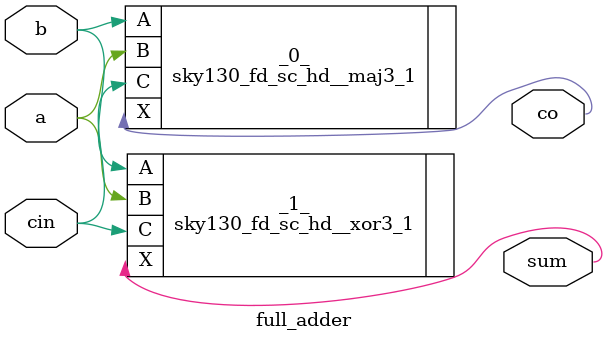
<source format=v>
/* Generated by Yosys 0.29+11 (git sha1 d82bae32b, x86_64-w64-mingw32-g++ 9.2.1 -Os) */

module full_adder(a, b, cin, sum, co);
  input a;
  wire a;
  input b;
  wire b;
  input cin;
  wire cin;
  output co;
  wire co;
  output sum;
  wire sum;
  sky130_fd_sc_hd__maj3_1 _0_ (
    .A(b),
    .B(a),
    .C(cin),
    .X(co)
  );
  sky130_fd_sc_hd__xor3_1 _1_ (
    .A(b),
    .B(a),
    .C(cin),
    .X(sum)
  );
endmodule

</source>
